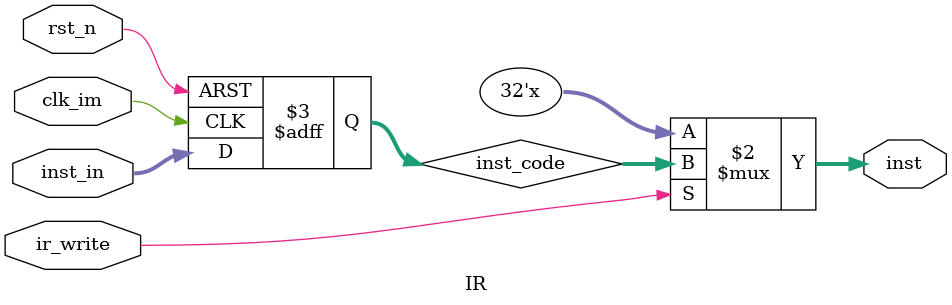
<source format=v>
`timescale 1ns / 1ps

module IR(rst_n, clk_im, ir_write, inst_in, inst);
    input rst_n, clk_im, ir_write;
    input [31:0] inst_in;
    output [31:0] inst;
    reg [31:0] inst_code;
    
    always @(posedge rst_n or negedge clk_im)
    begin
        //rst_nÉÏÉýÑØÀ´ÁÙ£¬IRÇåÁã
        if(rst_n) begin inst_code <= 32'h0000_0000; end
        else
        begin
            inst_code <= inst_in;           
        end
    end
    
    assign inst = ir_write ? inst_code : 32'bz;
endmodule

</source>
